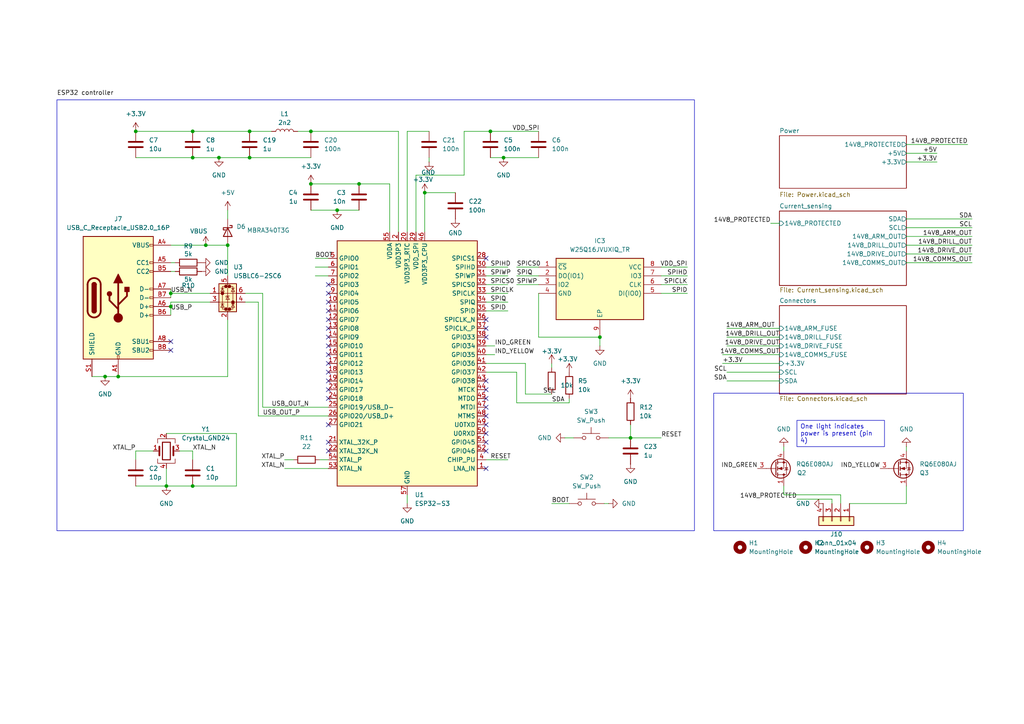
<source format=kicad_sch>
(kicad_sch (version 20250114) (generator "eeschema") (generator_version "9.0")
  (paper "A4")
  (lib_symbols
    (symbol "Connector:USB_C_Receptacle_USB2.0_16P" (pin_names (offset 1.016))
      (property "Reference" "J" (at 0 22.225 0))
      (property "Value" "USB_C_Receptacle_USB2.0_16P" (at 0 19.685 0))
      (symbol "USB_C_Receptacle_USB2.0_16P_0_0"
        (rectangle (start -0.254 -17.78) (end 0.254 -16.764))
        (rectangle (start 10.16 15.494) (end 9.144 14.986))
        (rectangle (start 10.16 10.414) (end 9.144 9.906))
        (rectangle (start 10.16 7.874) (end 9.144 7.366))
        (rectangle (start 10.16 2.794) (end 9.144 2.286))
        (rectangle (start 10.16 0.254) (end 9.144 -0.254))
        (rectangle (start 10.16 -2.286) (end 9.144 -2.794))
        (rectangle (start 10.16 -4.826) (end 9.144 -5.334))
        (rectangle (start 10.16 -12.446) (end 9.144 -12.954))
        (rectangle (start 10.16 -14.986) (end 9.144 -15.494))
      )
      (symbol "USB_C_Receptacle_USB2.0_16P_0_1"
        (rectangle (start -10.16 17.78) (end 10.16 -17.78) (stroke (width 0.254)) (fill (type background)))
        (polyline (pts (xy -8.89 -3.81) (xy -8.89 3.81)) (stroke (width 0.508)))
        (rectangle (start -7.62 -3.81) (end -6.35 3.81) (stroke (width 0.254)) (fill (type outline)))
        (arc (start -7.62 3.81) (mid -6.985 4.4423) (end -6.35 3.81) (stroke (width 0.254)))
        (arc (start -7.62 3.81) (mid -6.985 4.4423) (end -6.35 3.81) (stroke (width 0.254)) (fill (type outline)))
        (arc (start -8.89 3.81) (mid -6.985 5.7067) (end -5.08 3.81) (stroke (width 0.508)))
        (arc (start -5.08 -3.81) (mid -6.985 -5.7067) (end -8.89 -3.81) (stroke (width 0.508)))
        (arc (start -6.35 -3.81) (mid -6.985 -4.4423) (end -7.62 -3.81) (stroke (width 0.254)))
        (arc (start -6.35 -3.81) (mid -6.985 -4.4423) (end -7.62 -3.81) (stroke (width 0.254)) (fill (type outline)))
        (polyline (pts (xy -5.08 3.81) (xy -5.08 -3.81)) (stroke (width 0.508)))
        (circle (center -2.54 1.143) (radius 0.635) (stroke (width 0.254)) (fill (type outline)))
        (polyline (pts (xy -1.27 4.318) (xy 0 6.858) (xy 1.27 4.318) (xy -1.27 4.318)) (stroke (width 0.254)) (fill (type outline)))
        (polyline (pts (xy 0 -2.032) (xy 2.54 0.508) (xy 2.54 1.778)) (stroke (width 0.508)))
        (polyline (pts (xy 0 -3.302) (xy -2.54 -0.762) (xy -2.54 0.508)) (stroke (width 0.508)))
        (polyline (pts (xy 0 -5.842) (xy 0 4.318)) (stroke (width 0.508)))
        (circle (center 0 -5.842) (radius 1.27) (fill (type outline)))
        (rectangle (start 1.905 1.778) (end 3.175 3.048) (stroke (width 0.254)) (fill (type outline)))
      )
      (symbol "USB_C_Receptacle_USB2.0_16P_1_1"
        (pin passive line (at -7.62 -22.86 90) (length 5.08) (name "SHIELD") (number "S1"))
        (pin passive line (at 0 -22.86 90) (length 5.08) (name "GND") (number "A1"))
        (pin passive line (at 0 -22.86 90) (length 5.08) (hide yes) (name "GND") (number "A12"))
        (pin passive line (at 0 -22.86 90) (length 5.08) (hide yes) (name "GND") (number "B1"))
        (pin passive line (at 0 -22.86 90) (length 5.08) (hide yes) (name "GND") (number "B12"))
        (pin passive line (at 15.24 15.24 180) (length 5.08) (name "VBUS") (number "A4"))
        (pin passive line (at 15.24 15.24 180) (length 5.08) (hide yes) (name "VBUS") (number "A9"))
        (pin passive line (at 15.24 15.24 180) (length 5.08) (hide yes) (name "VBUS") (number "B4"))
        (pin passive line (at 15.24 15.24 180) (length 5.08) (hide yes) (name "VBUS") (number "B9"))
        (pin bidirectional line (at 15.24 10.16 180) (length 5.08) (name "CC1") (number "A5"))
        (pin bidirectional line (at 15.24 7.62 180) (length 5.08) (name "CC2") (number "B5"))
        (pin bidirectional line (at 15.24 2.54 180) (length 5.08) (name "D-") (number "A7"))
        (pin bidirectional line (at 15.24 0 180) (length 5.08) (name "D-") (number "B7"))
        (pin bidirectional line (at 15.24 -2.54 180) (length 5.08) (name "D+") (number "A6"))
        (pin bidirectional line (at 15.24 -5.08 180) (length 5.08) (name "D+") (number "B6"))
        (pin bidirectional line (at 15.24 -12.7 180) (length 5.08) (name "SBU1") (number "A8"))
        (pin bidirectional line (at 15.24 -15.24 180) (length 5.08) (name "SBU2") (number "B8"))
      )
    )
    (symbol "Connector_Generic:Conn_01x04" (pin_names (offset 1.016) (hide yes))
      (property "Reference" "J" (at 0 5.08 0))
      (property "Value" "Conn_01x04" (at 0 -7.62 0))
      (symbol "Conn_01x04_1_1"
        (rectangle (start -1.27 3.81) (end 1.27 -6.35) (stroke (width 0.254)) (fill (type background)))
        (rectangle (start -1.27 2.667) (end 0 2.413) (stroke (width 0.1524)))
        (rectangle (start -1.27 0.127) (end 0 -0.127) (stroke (width 0.1524)))
        (rectangle (start -1.27 -2.413) (end 0 -2.667) (stroke (width 0.1524)))
        (rectangle (start -1.27 -4.953) (end 0 -5.207) (stroke (width 0.1524)))
        (pin passive line (at -5.08 2.54 0) (length 3.81) (name "Pin_1") (number "1"))
        (pin passive line (at -5.08 0 0) (length 3.81) (name "Pin_2") (number "2"))
        (pin passive line (at -5.08 -2.54 0) (length 3.81) (name "Pin_3") (number "3"))
        (pin passive line (at -5.08 -5.08 0) (length 3.81) (name "Pin_4") (number "4"))
      )
    )
    (symbol "Device:C" (pin_numbers (hide yes)) (pin_names (offset 0.254))
      (property "Reference" "C" (at 0.635 2.54 0))
      (property "Value" "C" (at 0.635 -2.54 0))
      (symbol "C_0_1"
        (polyline (pts (xy -2.032 0.762) (xy 2.032 0.762)) (stroke (width 0.508)))
        (polyline (pts (xy -2.032 -0.762) (xy 2.032 -0.762)) (stroke (width 0.508)))
      )
      (symbol "C_1_1"
        (pin passive line (at 0 3.81 270) (length 2.794) (name "~") (number "1"))
        (pin passive line (at 0 -3.81 90) (length 2.794) (name "~") (number "2"))
      )
    )
    (symbol "Device:Crystal_GND24" (pin_names (offset 1.016) (hide yes))
      (property "Reference" "Y" (at 3.175 5.08 0))
      (property "Value" "Crystal_GND24" (at 3.175 3.175 0))
      (symbol "Crystal_GND24_0_1"
        (polyline (pts (xy -2.54 2.286) (xy -2.54 3.556) (xy 2.54 3.556) (xy 2.54 2.286)))
        (polyline (pts (xy -2.54 0) (xy -2.032 0)))
        (polyline (pts (xy -2.54 -2.286) (xy -2.54 -3.556) (xy 2.54 -3.556) (xy 2.54 -2.286)))
        (polyline (pts (xy -2.032 -1.27) (xy -2.032 1.27)) (stroke (width 0.508)))
        (rectangle (start -1.143 2.54) (end 1.143 -2.54) (stroke (width 0.3048)))
        (polyline (pts (xy 0 3.556) (xy 0 3.81)))
        (polyline (pts (xy 0 -3.81) (xy 0 -3.556)))
        (polyline (pts (xy 2.032 0) (xy 2.54 0)))
        (polyline (pts (xy 2.032 -1.27) (xy 2.032 1.27)) (stroke (width 0.508)))
      )
      (symbol "Crystal_GND24_1_1"
        (pin passive line (at -3.81 0 0) (length 1.27) (name "1") (number "1"))
        (pin passive line (at 0 5.08 270) (length 1.27) (name "2") (number "2"))
        (pin passive line (at 0 -5.08 90) (length 1.27) (name "4") (number "4"))
        (pin passive line (at 3.81 0 180) (length 1.27) (name "3") (number "3"))
      )
    )
    (symbol "Device:D_Schottky" (pin_numbers (hide yes)) (pin_names (offset 1.016) (hide yes))
      (property "Reference" "D" (at 0 2.54 0))
      (property "Value" "D_Schottky" (at 0 -2.54 0))
      (symbol "D_Schottky_0_1"
        (polyline (pts (xy -1.905 0.635) (xy -1.905 1.27) (xy -1.27 1.27) (xy -1.27 -1.27) (xy -0.635 -1.27) (xy -0.635 -0.635)) (stroke (width 0.254)))
        (polyline (pts (xy 1.27 1.27) (xy 1.27 -1.27) (xy -1.27 0) (xy 1.27 1.27)) (stroke (width 0.254)))
        (polyline (pts (xy 1.27 0) (xy -1.27 0)))
      )
      (symbol "D_Schottky_1_1"
        (pin passive line (at -3.81 0 0) (length 2.54) (name "K") (number "1"))
        (pin passive line (at 3.81 0 180) (length 2.54) (name "A") (number "2"))
      )
    )
    (symbol "Device:L" (pin_numbers (hide yes)) (pin_names (offset 1.016) (hide yes))
      (property "Reference" "L" (at -1.27 0 90))
      (property "Value" "L" (at 1.905 0 90))
      (symbol "L_0_1"
        (arc (start 0 2.54) (mid 0.6323 1.905) (end 0 1.27))
        (arc (start 0 1.27) (mid 0.6323 0.635) (end 0 0))
        (arc (start 0 0) (mid 0.6323 -0.635) (end 0 -1.27))
        (arc (start 0 -1.27) (mid 0.6323 -1.905) (end 0 -2.54))
      )
      (symbol "L_1_1"
        (pin passive line (at 0 3.81 270) (length 1.27) (name "1") (number "1"))
        (pin passive line (at 0 -3.81 90) (length 1.27) (name "2") (number "2"))
      )
    )
    (symbol "Device:R" (pin_numbers (hide yes)) (pin_names (offset 0))
      (property "Reference" "R" (at 2.032 0 90))
      (property "Value" "R" (at 0 0 90))
      (symbol "R_0_1"
        (rectangle (start -1.016 -2.54) (end 1.016 2.54) (stroke (width 0.254)))
      )
      (symbol "R_1_1"
        (pin passive line (at 0 3.81 270) (length 1.27) (name "~") (number "1"))
        (pin passive line (at 0 -3.81 90) (length 1.27) (name "~") (number "2"))
      )
    )
    (symbol "MCU_Espressif:ESP32-S3"
      (property "Reference" "U" (at 10.16 -38.1 0))
      (property "Value" "ESP32-S3" (at 13.97 -40.64 0))
      (symbol "ESP32-S3_0_1"
        (rectangle (start -20.32 35.56) (end 20.32 -35.56) (stroke (width 0.254)) (fill (type background)))
      )
      (symbol "ESP32-S3_1_0"
        (pin passive line (at -5.08 38.1 270) (length 2.54) (hide yes) (name "VDDA") (number "56"))
        (pin bidirectional line (at 22.86 12.7 180) (length 2.54) (name "SPICLK_N") (number "36"))
        (pin bidirectional line (at 22.86 -10.16 180) (length 2.54) (name "MTDO") (number "45"))
        (pin bidirectional line (at 22.86 -22.86 180) (length 2.54) (name "GPIO45") (number "51"))
      )
      (symbol "ESP32-S3_1_1"
        (pin bidirectional line (at -22.86 30.48 0) (length 2.54) (name "GPIO0") (number "5"))
        (pin bidirectional line (at -22.86 27.94 0) (length 2.54) (name "GPIO1") (number "6"))
        (pin bidirectional line (at -22.86 25.4 0) (length 2.54) (name "GPIO2") (number "7"))
        (pin bidirectional line (at -22.86 22.86 0) (length 2.54) (name "GPIO3") (number "8"))
        (pin bidirectional line (at -22.86 20.32 0) (length 2.54) (name "GPIO4") (number "9"))
        (pin bidirectional line (at -22.86 17.78 0) (length 2.54) (name "GPIO5") (number "10"))
        (pin bidirectional line (at -22.86 15.24 0) (length 2.54) (name "GPIO6") (number "11"))
        (pin bidirectional line (at -22.86 12.7 0) (length 2.54) (name "GPIO7") (number "12"))
        (pin bidirectional line (at -22.86 10.16 0) (length 2.54) (name "GPIO8") (number "13"))
        (pin bidirectional line (at -22.86 7.62 0) (length 2.54) (name "GPIO9") (number "14"))
        (pin bidirectional line (at -22.86 5.08 0) (length 2.54) (name "GPIO10") (number "15"))
        (pin bidirectional line (at -22.86 2.54 0) (length 2.54) (name "GPIO11") (number "16"))
        (pin bidirectional line (at -22.86 0 0) (length 2.54) (name "GPIO12") (number "17"))
        (pin bidirectional line (at -22.86 -2.54 0) (length 2.54) (name "GPIO13") (number "18"))
        (pin bidirectional line (at -22.86 -5.08 0) (length 2.54) (name "GPIO14") (number "19"))
        (pin bidirectional line (at -22.86 -7.62 0) (length 2.54) (name "GPIO17") (number "23"))
        (pin bidirectional line (at -22.86 -10.16 0) (length 2.54) (name "GPIO18") (number "24"))
        (pin bidirectional line (at -22.86 -12.7 0) (length 2.54) (name "GPIO19/USB_D-") (number "25"))
        (pin bidirectional line (at -22.86 -15.24 0) (length 2.54) (name "GPIO20/USB_D+") (number "26"))
        (pin bidirectional line (at -22.86 -17.78 0) (length 2.54) (name "GPIO21") (number "27"))
        (pin passive line (at -22.86 -22.86 0) (length 2.54) (name "XTAL_32K_P") (number "21"))
        (pin passive line (at -22.86 -25.4 0) (length 2.54) (name "XTAL_32K_N") (number "22"))
        (pin input line (at -22.86 -27.94 0) (length 2.54) (name "XTAL_P") (number "54"))
        (pin output line (at -22.86 -30.48 0) (length 2.54) (name "XTAL_N") (number "53"))
        (pin power_in line (at -5.08 38.1 270) (length 2.54) (name "VDDA") (number "55"))
        (pin power_in line (at -2.54 38.1 270) (length 2.54) (name "VDD3P3") (number "2"))
        (pin passive line (at -2.54 38.1 270) (length 2.54) (hide yes) (name "VDD3P3") (number "3"))
        (pin power_in line (at 0 38.1 270) (length 2.54) (name "VDD3P3_RTC") (number "20"))
        (pin power_in line (at 0 -38.1 90) (length 2.54) (name "GND") (number "57"))
        (pin power_in line (at 2.54 38.1 270) (length 2.54) (name "VDD_SPI") (number "29"))
        (pin power_in line (at 5.08 38.1 270) (length 2.54) (name "VDD3P3_CPU") (number "46"))
        (pin bidirectional line (at 22.86 30.48 180) (length 2.54) (name "SPICS1") (number "28"))
        (pin bidirectional line (at 22.86 27.94 180) (length 2.54) (name "SPIHD") (number "30"))
        (pin bidirectional line (at 22.86 25.4 180) (length 2.54) (name "SPIWP") (number "31"))
        (pin bidirectional line (at 22.86 22.86 180) (length 2.54) (name "SPICS0") (number "32"))
        (pin bidirectional line (at 22.86 20.32 180) (length 2.54) (name "SPICLK") (number "33"))
        (pin bidirectional line (at 22.86 17.78 180) (length 2.54) (name "SPIQ") (number "34"))
        (pin bidirectional line (at 22.86 15.24 180) (length 2.54) (name "SPID") (number "35"))
        (pin bidirectional line (at 22.86 10.16 180) (length 2.54) (name "SPICLK_P") (number "37"))
        (pin bidirectional line (at 22.86 7.62 180) (length 2.54) (name "GPIO33") (number "38"))
        (pin bidirectional line (at 22.86 5.08 180) (length 2.54) (name "GPIO34") (number "39"))
        (pin bidirectional line (at 22.86 2.54 180) (length 2.54) (name "GPIO35") (number "40"))
        (pin bidirectional line (at 22.86 0 180) (length 2.54) (name "GPIO36") (number "41"))
        (pin bidirectional line (at 22.86 -2.54 180) (length 2.54) (name "GPIO37") (number "42"))
        (pin bidirectional line (at 22.86 -5.08 180) (length 2.54) (name "GPIO38") (number "43"))
        (pin bidirectional line (at 22.86 -7.62 180) (length 2.54) (name "MTCK") (number "44"))
        (pin bidirectional line (at 22.86 -12.7 180) (length 2.54) (name "MTDI") (number "47"))
        (pin bidirectional line (at 22.86 -15.24 180) (length 2.54) (name "MTMS") (number "48"))
        (pin bidirectional line (at 22.86 -17.78 180) (length 2.54) (name "U0TXD") (number "49"))
        (pin bidirectional line (at 22.86 -20.32 180) (length 2.54) (name "U0RXD") (number "50"))
        (pin bidirectional line (at 22.86 -25.4 180) (length 2.54) (name "GPIO46") (number "52"))
        (pin input line (at 22.86 -27.94 180) (length 2.54) (name "CHIP_PU") (number "4"))
        (pin bidirectional line (at 22.86 -30.48 180) (length 2.54) (name "LNA_IN") (number "1"))
      )
    )
    (symbol "Mechanical:MountingHole" (pin_names (offset 1.016)) (exclude_from_sim yes) (in_bom no)
      (property "Reference" "H" (at 0 5.08 0))
      (property "Value" "MountingHole" (at 0 3.175 0))
      (symbol "MountingHole_0_1"
        (circle (center 0 0) (radius 1.27) (stroke (width 1.27)))
      )
    )
    (symbol "Power_Protection:USBLC6-2SC6" (pin_names (hide yes))
      (property "Reference" "U" (at 0.635 5.715 0))
      (property "Value" "USBLC6-2SC6" (at 0.635 3.81 0))
      (symbol "USBLC6-2SC6_0_0"
        (circle (center -1.524 0) (radius 0.0001) (stroke (width 0.508)))
        (circle (center -0.508 2.032) (radius 0.0001) (stroke (width 0.508)))
        (circle (center -0.508 -4.572) (radius 0.0001) (stroke (width 0.508)))
        (circle (center 0.508 2.032) (radius 0.0001) (stroke (width 0.508)))
        (circle (center 0.508 -4.572) (radius 0.0001) (stroke (width 0.508)))
        (circle (center 1.524 -2.54) (radius 0.0001) (stroke (width 0.508)))
      )
      (symbol "USBLC6-2SC6_0_1"
        (polyline (pts (xy -2.54 0) (xy 2.54 0)))
        (polyline (pts (xy -2.54 -2.54) (xy 2.54 -2.54)))
        (polyline (pts (xy -2.032 0.508) (xy -1.016 0.508) (xy -1.524 1.524) (xy -2.032 0.508)))
        (polyline (pts (xy -2.032 -3.048) (xy -1.016 -3.048)))
        (polyline (pts (xy -1.016 1.524) (xy -2.032 1.524)))
        (polyline (pts (xy -1.016 -4.064) (xy -2.032 -4.064) (xy -1.524 -3.048) (xy -1.016 -4.064)))
        (polyline (pts (xy -0.508 -1.143) (xy -0.508 -0.762) (xy 0.508 -0.762)))
        (polyline (pts (xy 0 2.54) (xy -0.508 2.032) (xy 0.508 2.032) (xy 0 1.524) (xy 0 -4.064) (xy -0.508 -4.572) (xy 0.508 -4.572) (xy 0 -5.08)))
        (polyline (pts (xy 0.508 -1.778) (xy -0.508 -1.778) (xy 0 -0.762) (xy 0.508 -1.778)))
        (polyline (pts (xy 1.016 1.524) (xy 2.032 1.524)))
        (polyline (pts (xy 1.016 -3.048) (xy 2.032 -3.048)))
        (polyline (pts (xy 2.032 0.508) (xy 1.016 0.508) (xy 1.524 1.524) (xy 2.032 0.508)))
        (polyline (pts (xy 2.032 -4.064) (xy 1.016 -4.064) (xy 1.524 -3.048) (xy 2.032 -4.064)))
      )
      (symbol "USBLC6-2SC6_1_1"
        (rectangle (start -2.54 2.794) (end 2.54 -5.334) (stroke (width 0.254)) (fill (type background)))
        (polyline (pts (xy -0.508 2.032) (xy -1.524 2.032) (xy -1.524 -4.572) (xy -0.508 -4.572)))
        (polyline (pts (xy 0.508 -4.572) (xy 1.524 -4.572) (xy 1.524 2.032) (xy 0.508 2.032)))
        (pin passive line (at -5.08 0 0) (length 2.54) (name "I/O1") (number "1"))
        (pin passive line (at -5.08 -2.54 0) (length 2.54) (name "I/O2") (number "3"))
        (pin passive line (at 0 5.08 270) (length 2.54) (name "VBUS") (number "5"))
        (pin passive line (at 0 -7.62 90) (length 2.54) (name "GND") (number "2"))
        (pin passive line (at 5.08 0 180) (length 2.54) (name "I/O1") (number "6"))
        (pin passive line (at 5.08 -2.54 180) (length 2.54) (name "I/O2") (number "4"))
      )
    )
    (symbol "Switch:SW_Push" (pin_numbers (hide yes)) (pin_names (offset 1.016) (hide yes))
      (property "Reference" "SW" (at 1.27 2.54 0))
      (property "Value" "SW_Push" (at 0 -1.524 0))
      (symbol "SW_Push_0_1"
        (circle (center -2.032 0) (radius 0.508))
        (polyline (pts (xy 0 1.27) (xy 0 3.048)))
        (circle (center 2.032 0) (radius 0.508))
        (polyline (pts (xy 2.54 1.27) (xy -2.54 1.27)))
        (pin passive line (at -5.08 0 0) (length 2.54) (name "1") (number "1"))
        (pin passive line (at 5.08 0 180) (length 2.54) (name "2") (number "2"))
      )
    )
    (symbol "Transistor_FET:RQ6E080AJ" (pin_names (hide yes))
      (property "Reference" "Q" (at 5.08 1.905 0))
      (property "Value" "RQ6E080AJ" (at 5.08 0 0))
      (symbol "RQ6E080AJ_0_1"
        (polyline (pts (xy 0.254 1.905) (xy 0.254 -1.905)) (stroke (width 0.254)))
        (polyline (pts (xy 0.254 0) (xy -2.54 0)))
        (polyline (pts (xy 0.762 2.286) (xy 0.762 1.27)) (stroke (width 0.254)))
        (polyline (pts (xy 0.762 0.508) (xy 0.762 -0.508)) (stroke (width 0.254)))
        (polyline (pts (xy 0.762 -1.27) (xy 0.762 -2.286)) (stroke (width 0.254)))
        (polyline (pts (xy 0.762 -1.778) (xy 3.302 -1.778) (xy 3.302 1.778) (xy 0.762 1.778)))
        (polyline (pts (xy 1.016 0) (xy 2.032 0.381) (xy 2.032 -0.381) (xy 1.016 0)) (fill (type outline)))
        (circle (center 1.651 0) (radius 2.794) (stroke (width 0.254)))
        (polyline (pts (xy 2.54 2.54) (xy 2.54 1.778)))
        (circle (center 2.54 1.778) (radius 0.254) (fill (type outline)))
        (circle (center 2.54 -1.778) (radius 0.254) (fill (type outline)))
        (polyline (pts (xy 2.54 -2.54) (xy 2.54 0) (xy 0.762 0)))
        (polyline (pts (xy 2.794 0.508) (xy 2.921 0.381) (xy 3.683 0.381) (xy 3.81 0.254)))
        (polyline (pts (xy 3.302 0.381) (xy 2.921 -0.254) (xy 3.683 -0.254) (xy 3.302 0.381)))
      )
      (symbol "RQ6E080AJ_1_1"
        (pin input line (at -5.08 0 0) (length 2.54) (name "G") (number "3"))
        (pin passive line (at 2.54 5.08 270) (length 2.54) (name "D") (number "1"))
        (pin passive line (at 2.54 5.08 270) (length 2.54) (hide yes) (name "D") (number "2"))
        (pin passive line (at 2.54 5.08 270) (length 2.54) (hide yes) (name "D") (number "5"))
        (pin passive line (at 2.54 5.08 270) (length 2.54) (hide yes) (name "D") (number "6"))
        (pin passive line (at 2.54 -5.08 90) (length 2.54) (name "S") (number "4"))
      )
    )
    (symbol "W25Q16JVUXIQ_TR:W25Q16JVUXIQ_TR"
      (property "Reference" "IC" (at 31.75 7.62 0))
      (property "Value" "W25Q16JVUXIQ_TR" (at 31.75 5.08 0))
      (symbol "W25Q16JVUXIQ_TR_1_1"
        (rectangle (start 5.08 2.54) (end 30.48 -15.24) (stroke (width 0.254)) (fill (type background)))
        (pin passive line (at 0 0 0) (length 5.08) (name "~{CS}") (number "1"))
        (pin passive line (at 0 -2.54 0) (length 5.08) (name "DO(IO1)") (number "2"))
        (pin passive line (at 0 -5.08 0) (length 5.08) (name "IO2") (number "3"))
        (pin passive line (at 0 -7.62 0) (length 5.08) (name "GND") (number "4"))
        (pin passive line (at 17.78 -20.32 90) (length 5.08) (name "EP") (number "9"))
        (pin passive line (at 35.56 0 180) (length 5.08) (name "VCC") (number "8"))
        (pin passive line (at 35.56 -2.54 180) (length 5.08) (name "IO3") (number "7"))
        (pin passive line (at 35.56 -5.08 180) (length 5.08) (name "CLK") (number "6"))
        (pin passive line (at 35.56 -7.62 180) (length 5.08) (name "DI(IO0)") (number "5"))
      )
    )
    (symbol "power:+3.3V" (power) (pin_numbers (hide yes)) (pin_names (offset 0) (hide yes))
      (property "Value" "+3.3V" (at 0 3.556 0))
      (symbol "+3.3V_0_1"
        (polyline (pts (xy -0.762 1.27) (xy 0 2.54)))
        (polyline (pts (xy 0 2.54) (xy 0.762 1.27)))
        (polyline (pts (xy 0 0) (xy 0 2.54)))
      )
      (symbol "+3.3V_1_1"
        (pin power_in line (at 0 0 90) (length 0) (name "~") (number "1"))
      )
    )
    (symbol "power:+5P" (power) (pin_numbers (hide yes)) (pin_names (offset 0) (hide yes))
      (property "Value" "+5P" (at 0 3.556 0))
      (symbol "+5P_0_1"
        (polyline (pts (xy -0.762 1.27) (xy 0 2.54)))
        (polyline (pts (xy 0 2.54) (xy 0.762 1.27)))
        (polyline (pts (xy 0 0) (xy 0 2.54)))
      )
      (symbol "+5P_1_1"
        (pin power_in line (at 0 0 90) (length 0) (name "~") (number "1"))
      )
    )
    (symbol "power:GND" (power) (pin_numbers (hide yes)) (pin_names (offset 0) (hide yes))
      (property "Value" "GND" (at 0 -3.81 0))
      (symbol "GND_0_1"
        (polyline (pts (xy 0 0) (xy 0 -1.27) (xy 1.27 -1.27) (xy 0 -2.54) (xy -1.27 -1.27) (xy 0 -1.27)))
      )
      (symbol "GND_1_1"
        (pin power_in line (at 0 0 270) (length 0) (name "~") (number "1"))
      )
    )
    (symbol "power:VBUS" (power) (pin_numbers (hide yes)) (pin_names (offset 0) (hide yes))
      (property "Value" "VBUS" (at 0 3.556 0))
      (symbol "VBUS_0_1"
        (polyline (pts (xy -0.762 1.27) (xy 0 2.54)))
        (polyline (pts (xy 0 2.54) (xy 0.762 1.27)))
        (polyline (pts (xy 0 0) (xy 0 2.54)))
      )
      (symbol "VBUS_1_1"
        (pin power_in line (at 0 0 90) (length 0) (name "~") (number "1"))
      )
    )
  )
  (rectangle (start 16.51 28.956) (end 201.422 153.924))
  (rectangle (start 207.01 114.046) (end 279.4 153.924))
  (text_box "One light indicates power is present (pin 4)" (at 231.14 121.92 0) (size 25.4 7.62) (margins 0.9525 0.9525 0.9525 0.9525) (effects (font (size 1.27 1.27)) (justify left top)))
  (junction (at 72.39 45.72))
  (junction (at 49.53 88.9))
  (junction (at 39.37 38.1))
  (junction (at 123.19 55.88))
  (junction (at 146.05 45.72))
  (junction (at 55.88 38.1))
  (junction (at 173.99 97.79))
  (junction (at 48.26 140.97))
  (junction (at 72.39 38.1))
  (junction (at 182.88 127))
  (junction (at 66.04 71.12))
  (junction (at 55.88 140.97))
  (junction (at 97.79 60.96))
  (junction (at 90.17 38.1))
  (junction (at 142.24 38.1))
  (junction (at 59.69 71.12))
  (junction (at 104.14 53.34))
  (junction (at 30.48 109.22))
  (junction (at 63.5 45.72))
  (junction (at 49.53 85.09))
  (junction (at 55.88 45.72))
  (junction (at 90.17 53.34))
  (junction (at 34.29 109.22))
  (no_connect (at 140.97 110.49))
  (no_connect (at 95.25 85.09))
  (no_connect (at 49.53 101.6))
  (no_connect (at 95.25 95.25))
  (no_connect (at 95.25 102.87))
  (no_connect (at 95.25 130.81))
  (no_connect (at 49.53 99.06))
  (no_connect (at 95.25 128.27))
  (no_connect (at 95.25 100.33))
  (no_connect (at 140.97 123.19))
  (no_connect (at 95.25 92.71))
  (no_connect (at 140.97 130.81))
  (no_connect (at 95.25 123.19))
  (no_connect (at 140.97 120.65))
  (no_connect (at 140.97 128.27))
  (no_connect (at 140.97 115.57))
  (no_connect (at 95.25 113.03))
  (no_connect (at 95.25 115.57))
  (no_connect (at 95.25 82.55))
  (no_connect (at 140.97 95.25))
  (no_connect (at 140.97 97.79))
  (no_connect (at 140.97 92.71))
  (no_connect (at 140.97 118.11))
  (no_connect (at 140.97 125.73))
  (no_connect (at 95.25 107.95))
  (no_connect (at 95.25 87.63))
  (no_connect (at 140.97 74.93))
  (no_connect (at 95.25 97.79))
  (no_connect (at 95.25 90.17))
  (no_connect (at 95.25 105.41))
  (no_connect (at 95.25 110.49))
  (no_connect (at 140.97 113.03))
  (no_connect (at 140.97 135.89))
  (wire (pts (xy 182.88 123.19) (xy 182.88 127)))
  (wire (pts (xy 182.88 127) (xy 176.53 127)))
  (wire (pts (xy 90.17 38.1) (xy 115.57 38.1)))
  (wire (pts (xy 210.82 100.33) (xy 226.06 100.33)))
  (wire (pts (xy 74.93 120.65) (xy 95.25 120.65)))
  (wire (pts (xy 71.12 85.09) (xy 76.2 85.09)))
  (wire (pts (xy 48.26 135.89) (xy 48.26 140.97)))
  (wire (pts (xy 262.89 44.45) (xy 271.78 44.45)))
  (wire (pts (xy 82.55 133.35) (xy 85.09 133.35)))
  (wire (pts (xy 140.97 102.87) (xy 143.51 102.87)))
  (wire (pts (xy 49.53 71.12) (xy 59.69 71.12)))
  (wire (pts (xy 140.97 105.41) (xy 152.4 105.41)))
  (wire (pts (xy 160.02 105.41) (xy 160.02 106.68)))
  (wire (pts (xy 165.1 116.84) (xy 149.86 116.84)))
  (wire (pts (xy 52.07 130.81) (xy 55.88 130.81)))
  (wire (pts (xy 149.86 107.95) (xy 140.97 107.95)))
  (wire (pts (xy 66.04 71.12) (xy 66.04 80.01)))
  (wire (pts (xy 262.89 71.12) (xy 281.94 71.12)))
  (wire (pts (xy 140.97 90.17) (xy 147.32 90.17)))
  (wire (pts (xy 66.04 60.96) (xy 66.04 63.5)))
  (wire (pts (xy 149.86 82.55) (xy 156.21 82.55)))
  (wire (pts (xy 55.88 45.72) (xy 63.5 45.72)))
  (wire (pts (xy 71.12 87.63) (xy 74.93 87.63)))
  (wire (pts (xy 262.89 129.54) (xy 262.89 130.81)))
  (wire (pts (xy 262.89 41.91) (xy 280.67 41.91)))
  (wire (pts (xy 227.33 129.54) (xy 227.33 130.81)))
  (wire (pts (xy 262.89 140.97) (xy 262.89 146.05)))
  (wire (pts (xy 163.83 127) (xy 166.37 127)))
  (wire (pts (xy 49.53 83.82) (xy 49.53 85.09)))
  (wire (pts (xy 243.84 143.51) (xy 243.84 146.05)))
  (wire (pts (xy 48.26 125.73) (xy 68.58 125.73)))
  (wire (pts (xy 49.53 85.09) (xy 60.96 85.09)))
  (wire (pts (xy 59.69 71.12) (xy 66.04 71.12)))
  (wire (pts (xy 26.67 109.22) (xy 30.48 109.22)))
  (wire (pts (xy 152.4 114.3) (xy 160.02 114.3)))
  (wire (pts (xy 262.89 76.2) (xy 281.94 76.2)))
  (wire (pts (xy 262.89 63.5) (xy 281.94 63.5)))
  (wire (pts (xy 156.21 97.79) (xy 173.99 97.79)))
  (wire (pts (xy 246.38 146.05) (xy 262.89 146.05)))
  (wire (pts (xy 39.37 45.72) (xy 55.88 45.72)))
  (wire (pts (xy 149.86 116.84) (xy 149.86 107.95)))
  (wire (pts (xy 39.37 38.1) (xy 55.88 38.1)))
  (wire (pts (xy 120.65 50.8) (xy 120.65 67.31)))
  (wire (pts (xy 209.55 105.41) (xy 226.06 105.41)))
  (wire (pts (xy 86.36 38.1) (xy 90.17 38.1)))
  (wire (pts (xy 113.03 53.34) (xy 104.14 53.34)))
  (wire (pts (xy 134.62 50.8) (xy 120.65 50.8)))
  (wire (pts (xy 262.89 73.66) (xy 281.94 73.66)))
  (wire (pts (xy 92.71 133.35) (xy 95.25 133.35)))
  (wire (pts (xy 149.86 77.47) (xy 156.21 77.47)))
  (wire (pts (xy 142.24 45.72) (xy 146.05 45.72)))
  (wire (pts (xy 142.24 38.1) (xy 156.21 38.1)))
  (wire (pts (xy 104.14 60.96) (xy 97.79 60.96)))
  (wire (pts (xy 123.19 55.88) (xy 123.19 67.31)))
  (wire (pts (xy 140.97 82.55) (xy 147.32 82.55)))
  (wire (pts (xy 49.53 88.9) (xy 49.53 91.44)))
  (wire (pts (xy 48.26 140.97) (xy 55.88 140.97)))
  (wire (pts (xy 68.58 140.97) (xy 55.88 140.97)))
  (wire (pts (xy 118.11 67.31) (xy 118.11 38.1)))
  (wire (pts (xy 160.02 146.05) (xy 165.1 146.05)))
  (wire (pts (xy 226.06 64.77) (xy 223.52 64.77)))
  (wire (pts (xy 82.55 135.89) (xy 95.25 135.89)))
  (wire (pts (xy 49.53 76.2) (xy 50.8 76.2)))
  (wire (pts (xy 241.3 144.78) (xy 241.3 146.05)))
  (wire (pts (xy 76.2 118.11) (xy 95.25 118.11)))
  (wire (pts (xy 91.44 80.01) (xy 95.25 80.01)))
  (wire (pts (xy 90.17 53.34) (xy 104.14 53.34)))
  (wire (pts (xy 49.53 78.74) (xy 50.8 78.74)))
  (wire (pts (xy 262.89 46.99) (xy 271.78 46.99)))
  (wire (pts (xy 165.1 115.57) (xy 165.1 116.84)))
  (wire (pts (xy 66.04 109.22) (xy 34.29 109.22)))
  (wire (pts (xy 140.97 100.33) (xy 143.51 100.33)))
  (wire (pts (xy 210.82 107.95) (xy 226.06 107.95)))
  (wire (pts (xy 149.86 80.01) (xy 156.21 80.01)))
  (wire (pts (xy 191.77 85.09) (xy 199.39 85.09)))
  (wire (pts (xy 210.82 110.49) (xy 226.06 110.49)))
  (wire (pts (xy 140.97 77.47) (xy 147.32 77.47)))
  (wire (pts (xy 68.58 125.73) (xy 68.58 140.97)))
  (wire (pts (xy 262.89 66.04) (xy 281.94 66.04)))
  (wire (pts (xy 113.03 67.31) (xy 113.03 53.34)))
  (wire (pts (xy 210.82 95.25) (xy 226.06 95.25)))
  (wire (pts (xy 49.53 87.63) (xy 60.96 87.63)))
  (wire (pts (xy 30.48 109.22) (xy 34.29 109.22)))
  (wire (pts (xy 72.39 38.1) (xy 78.74 38.1)))
  (wire (pts (xy 140.97 87.63) (xy 147.32 87.63)))
  (wire (pts (xy 227.33 140.97) (xy 227.33 143.51)))
  (wire (pts (xy 97.79 60.96) (xy 90.17 60.96)))
  (wire (pts (xy 91.44 74.93) (xy 95.25 74.93)))
  (wire (pts (xy 152.4 105.41) (xy 152.4 114.3)))
  (wire (pts (xy 115.57 38.1) (xy 115.57 67.31)))
  (wire (pts (xy 210.82 97.79) (xy 226.06 97.79)))
  (wire (pts (xy 191.77 77.47) (xy 199.39 77.47)))
  (wire (pts (xy 39.37 140.97) (xy 48.26 140.97)))
  (wire (pts (xy 134.62 38.1) (xy 142.24 38.1)))
  (wire (pts (xy 140.97 133.35) (xy 147.32 133.35)))
  (wire (pts (xy 74.93 87.63) (xy 74.93 120.65)))
  (wire (pts (xy 118.11 143.51) (xy 118.11 146.05)))
  (wire (pts (xy 175.26 146.05) (xy 176.53 146.05)))
  (wire (pts (xy 72.39 45.72) (xy 90.17 45.72)))
  (wire (pts (xy 123.19 55.88) (xy 132.08 55.88)))
  (wire (pts (xy 191.77 80.01) (xy 199.39 80.01)))
  (wire (pts (xy 227.33 143.51) (xy 243.84 143.51)))
  (wire (pts (xy 91.44 77.47) (xy 95.25 77.47)))
  (wire (pts (xy 63.5 45.72) (xy 72.39 45.72)))
  (wire (pts (xy 118.11 38.1) (xy 124.46 38.1)))
  (wire (pts (xy 55.88 130.81) (xy 55.88 133.35)))
  (wire (pts (xy 156.21 85.09) (xy 156.21 97.79)))
  (wire (pts (xy 262.89 68.58) (xy 281.94 68.58)))
  (wire (pts (xy 134.62 50.8) (xy 134.62 38.1)))
  (wire (pts (xy 49.53 85.09) (xy 49.53 86.36)))
  (wire (pts (xy 39.37 133.35) (xy 39.37 130.81)))
  (wire (pts (xy 182.88 127) (xy 191.77 127)))
  (wire (pts (xy 55.88 38.1) (xy 72.39 38.1)))
  (wire (pts (xy 39.37 130.81) (xy 44.45 130.81)))
  (wire (pts (xy 140.97 85.09) (xy 147.32 85.09)))
  (wire (pts (xy 49.53 87.63) (xy 49.53 88.9)))
  (wire (pts (xy 209.55 102.87) (xy 226.06 102.87)))
  (wire (pts (xy 146.05 45.72) (xy 156.21 45.72)))
  (wire (pts (xy 66.04 92.71) (xy 66.04 109.22)))
  (wire (pts (xy 140.97 80.01) (xy 147.32 80.01)))
  (wire (pts (xy 173.99 97.79) (xy 173.99 100.33)))
  (wire (pts (xy 124.46 45.72) (xy 124.46 46.99)))
  (wire (pts (xy 191.77 82.55) (xy 199.39 82.55)))
  (wire (pts (xy 241.3 144.78) (xy 231.14 144.78)))
  (wire (pts (xy 76.2 85.09) (xy 76.2 118.11)))
  (label "SCL" (at 157.48 114.3 0))
  (label "IND_YELLOW" (at 255.27 135.89 180))
  (label "SPID" (at 142.24 90.17 0))
  (label "USB_OUT_N" (at 78.74 118.11 0))
  (label "SPICLK" (at 142.24 85.09 0))
  (label "14V8_COMMS_OUT" (at 226.06 102.87 180))
  (label "SCL" (at 281.94 66.04 180))
  (label "14V8_COMMS_OUT" (at 281.94 76.2 180))
  (label "SDA" (at 210.82 110.49 180))
  (label "USB_P" (at 49.53 90.17 0))
  (label "SCL" (at 210.82 107.95 180))
  (label "IND_GREEN" (at 143.51 100.33 0))
  (label "+3.3V" (at 209.55 105.41 0))
  (label "XTAL_N" (at 82.55 135.89 180))
  (label "XTAL_N" (at 55.88 130.81 0))
  (label "14V8_PROTECTED" (at 223.52 64.77 180))
  (label "BOOT" (at 160.02 146.05 0))
  (label "SPICS0" (at 149.86 77.47 0))
  (label "14V8_DRILL_OUT" (at 226.06 97.79 180))
  (label "SDA" (at 281.94 63.5 180))
  (label "RESET" (at 191.77 127 0))
  (label "14V8_PROTECTED" (at 280.67 41.91 180))
  (label "SDA" (at 160.02 116.84 0))
  (label "SPIQ" (at 142.24 87.63 0))
  (label "SPIWP" (at 149.86 82.55 0))
  (label "VDD_SPI" (at 199.39 77.47 180))
  (label "BOOT" (at 91.44 74.93 0))
  (label "IND_GREEN" (at 219.71 135.89 180))
  (label "14V8_ARM_OUT" (at 224.79 95.25 180))
  (label "SPICS0" (at 142.24 82.55 0))
  (label "SPIQ" (at 149.86 80.01 0))
  (label "14V8_PROTECTED" (at 231.14 144.78 180))
  (label "14V8_DRIVE_OUT" (at 226.06 100.33 180))
  (label "SPIHD" (at 142.24 77.47 0))
  (label "USB_N" (at 49.53 85.09 0))
  (label "SPID" (at 199.39 85.09 180))
  (label "SPIHD" (at 199.39 80.01 180))
  (label "14V8_DRIVE_OUT" (at 281.94 73.66 180))
  (label "USB_OUT_P" (at 76.2 120.65 0))
  (label "RESET" (at 142.24 133.35 0))
  (label "ESP32 controller" (at 16.51 27.94 0))
  (label "SPIWP" (at 142.24 80.01 0))
  (label "XTAL_P" (at 39.37 130.81 180))
  (label "14V8_DRILL_OUT" (at 281.94 71.12 180))
  (label "VDD_SPI" (at 148.59 38.1 0))
  (label "XTAL_P" (at 82.55 133.35 180))
  (label "14V8_ARM_OUT" (at 281.94 68.58 180))
  (label "SPICLK" (at 199.39 82.55 180))
  (label "+5V" (at 271.78 44.45 180))
  (label "IND_YELLOW" (at 143.51 102.87 0))
  (label "+3.3V" (at 271.78 46.99 180))
  (symbol (lib_id "power:GND") (at 58.42 76.2 90) (unit 1)
    (property "Reference" "#PWR011" (effects (hide yes)))
    (property "Value" "GND" (at 62.23 76.1999 90) (effects (justify right)))
    (property "Description" "Power symbol creates a global label with name \"GND\" , ground" (effects (hide yes)))
  )
  (symbol (lib_id "Device:C") (at 90.17 57.15 0) (mirror y) (unit 1)
    (property "Reference" "C4" (at 86.36 55.8799 0) (effects (justify left)))
    (property "Value" "1u" (at 86.36 58.4199 0) (effects (justify left)))
    (property "Footprint" "Capacitor_SMD:C_0805_2012Metric" (effects (hide yes)))
    (property "Description" "Unpolarized capacitor" (effects (hide yes)))
  )
  (symbol (lib_id "Device:R") (at 160.02 110.49 180) (unit 1)
    (property "Reference" "R6" (effects (hide yes)))
    (property "Value" "10k" (at 162.56 111.7599 0) (effects (justify right)))
    (property "Footprint" "Resistor_SMD:R_0805_2012Metric" (effects (hide yes)))
    (property "Description" "Resistor" (effects (hide yes)))
  )
  (symbol (lib_id "power:+3.3V") (at 39.37 38.1 0) (unit 1)
    (property "Reference" "#PWR071" (effects (hide yes)))
    (property "Value" "+3.3V" (at 39.37 33.02 0))
    (property "Description" "Power symbol creates a global label with name \"+3.3V\"" (effects (hide yes)))
  )
  (symbol (lib_id "power:GND") (at 238.76 146.05 270) (unit 1)
    (property "Reference" "#PWR056" (effects (hide yes)))
    (property "Value" "GND" (at 234.95 146.0499 90) (effects (justify right)))
    (property "Description" "Power symbol creates a global label with name \"GND\" , ground" (effects (hide yes)))
  )
  (symbol (lib_id "Device:C") (at 132.08 59.69 0) (unit 1)
    (property "Reference" "C22" (at 135.89 58.4199 0) (effects (justify left)))
    (property "Value" "100n" (at 135.89 60.9599 0) (effects (justify left)))
    (property "Footprint" "Capacitor_SMD:C_0805_2012Metric" (effects (hide yes)))
    (property "Description" "Unpolarized capacitor" (effects (hide yes)))
  )
  (symbol (lib_id "Connector_Generic:Conn_01x04") (at 243.84 151.13 270) (unit 1)
    (property "Reference" "J10" (at 242.57 154.94 90))
    (property "Value" "Conn_01x04" (at 242.57 157.48 90))
    (property "Footprint" "TerminalBlock:TerminalBlock_Altech_AK300-4_P5.00mm" (effects (hide yes)))
    (property "Description" "Generic connector, single row, 01x04, script generated (kicad-library-utils/schlib/autogen/connector/)" (effects (hide yes)))
  )
  (symbol (lib_id "Device:C") (at 72.39 41.91 0) (unit 1)
    (property "Reference" "C19" (at 76.2 40.6399 0) (effects (justify left)))
    (property "Value" "1u" (at 76.2 43.1799 0) (effects (justify left)))
    (property "Footprint" "Capacitor_SMD:C_0805_2012Metric" (effects (hide yes)))
    (property "Description" "Unpolarized capacitor" (effects (hide yes)))
  )
  (symbol (lib_id "power:+3.3V") (at 160.02 105.41 0) (unit 1)
    (property "Reference" "#PWR031" (effects (hide yes)))
    (property "Value" "+3.3V" (at 160.02 101.854 0))
    (property "Description" "Power symbol creates a global label with name \"+3.3V\"" (effects (hide yes)))
  )
  (symbol (lib_id "power:GND") (at 227.33 129.54 180) (unit 1)
    (property "Reference" "#PWR062" (effects (hide yes)))
    (property "Value" "GND" (at 227.33 124.46 0))
    (property "Description" "Power symbol creates a global label with name \"GND\" , ground" (effects (hide yes)))
  )
  (symbol (lib_id "Device:C") (at 124.46 41.91 0) (unit 1)
    (property "Reference" "C21" (at 128.27 40.6399 0) (effects (justify left)))
    (property "Value" "100n" (at 128.27 43.1799 0) (effects (justify left)))
    (property "Footprint" "Capacitor_SMD:C_0805_2012Metric" (effects (hide yes)))
    (property "Description" "Unpolarized capacitor" (effects (hide yes)))
  )
  (symbol (lib_id "Mechanical:MountingHole") (at 214.63 158.75 0) (unit 1) (exclude_from_sim yes) (in_bom no)
    (property "Reference" "H1" (at 217.17 157.4799 0) (effects (justify left)))
    (property "Value" "MountingHole" (at 217.17 160.0199 0) (effects (justify left)))
    (property "Footprint" "MountingHole:MountingHole_3.2mm_M3" (effects (hide yes)))
    (property "Description" "Mounting Hole without connection" (effects (hide yes)))
  )
  (symbol (lib_id "power:VBUS") (at 59.69 71.12 0) (unit 1)
    (property "Reference" "#PWR012" (effects (hide yes)))
    (property "Value" "VBUS" (at 57.658 67.056 0))
    (property "Description" "Power symbol creates a global label with name \"VBUS\"" (effects (hide yes)))
  )
  (symbol (lib_id "power:GND") (at 262.89 129.54 180) (unit 1)
    (property "Reference" "#PWR063" (effects (hide yes)))
    (property "Value" "GND" (at 262.89 124.46 0))
    (property "Description" "Power symbol creates a global label with name \"GND\" , ground" (effects (hide yes)))
  )
  (symbol (lib_id "Device:L") (at 82.55 38.1 90) (unit 1)
    (property "Reference" "L1" (at 82.55 33.02 90))
    (property "Value" "2n2" (at 82.55 35.56 90))
    (property "Footprint" "Inductor_SMD:L_0805_2012Metric" (effects (hide yes)))
    (property "Description" "Inductor" (effects (hide yes)))
  )
  (symbol (lib_id "Mechanical:MountingHole") (at 251.46 158.75 0) (unit 1) (exclude_from_sim yes) (in_bom no)
    (property "Reference" "H3" (at 254 157.4799 0) (effects (justify left)))
    (property "Value" "MountingHole" (at 254 160.0199 0) (effects (justify left)))
    (property "Footprint" "MountingHole:MountingHole_3.2mm_M3" (effects (hide yes)))
    (property "Description" "Mounting Hole without connection" (effects (hide yes)))
  )
  (symbol (lib_id "W25Q16JVUXIQ_TR:W25Q16JVUXIQ_TR") (at 156.21 77.47 0) (unit 1)
    (property "Reference" "IC3" (at 173.99 69.85 0))
    (property "Value" "W25Q16JVUXIQ_TR" (at 173.99 72.39 0))
    (property "Footprint" "footprints:SON50P300X200X60-9N" (effects (hide yes)))
    (property "Datasheet" "https://componentsearchengine.com/Datasheets/1/W25Q16JVUXIQ TR.pdf" (effects (hide yes)))
    (property "Description" "NOR Flash spiFlash, 3V, 16M-bit, 4Kb Uniform Sector, DTR" (effects (hide yes)))
    (property "Height" "0.6" (effects (hide yes)))
    (property "Manufacturer_Name" "Winbond" (effects (hide yes)))
    (property "Manufacturer_Part_Number" "W25Q16JVUXIQ TR" (effects (hide yes)))
    (property "Mouser Part Number" "454-W25Q16JVUXIQTR" (effects (hide yes)))
    (property "Mouser Price/Stock" "https://www.mouser.co.uk/ProductDetail/Winbond/W25Q16JVUXIQ-TR?qs=qSfuJ%252Bfl%2Fd7SDdIHLGOd1g%3D%3D" (effects (hide yes)))
    (property "Arrow Part Number" "W25Q16JVUXIQ TR" (effects (hide yes)))
    (property "Arrow Price/Stock" "https://www.arrow.com/en/products/w25q16jvuxiqtr/winbond-electronics?region=nac" (effects (hide yes)))
  )
  (symbol (lib_id "Mechanical:MountingHole") (at 233.68 158.75 0) (unit 1) (exclude_from_sim yes) (in_bom no)
    (property "Reference" "H2" (at 236.22 157.4799 0) (effects (justify left)))
    (property "Value" "MountingHole" (at 236.22 160.0199 0) (effects (justify left)))
    (property "Footprint" "MountingHole:MountingHole_3.2mm_M3" (effects (hide yes)))
    (property "Description" "Mounting Hole without connection" (effects (hide yes)))
  )
  (symbol (lib_id "power:GND") (at 124.46 46.99 0) (unit 1)
    (property "Reference" "#PWR025" (effects (hide yes)))
    (property "Value" "GND" (at 124.206 50.038 0))
    (property "Description" "Power symbol creates a global label with name \"GND\" , ground" (effects (hide yes)))
  )
  (symbol (lib_id "power:GND") (at 118.11 146.05 0) (unit 1)
    (property "Reference" "#PWR019" (effects (hide yes)))
    (property "Value" "GND" (at 118.11 151.13 0))
    (property "Description" "Power symbol creates a global label with name \"GND\" , ground" (effects (hide yes)))
  )
  (symbol (lib_id "power:GND") (at 173.99 100.33 0) (unit 1)
    (property "Reference" "#PWR015" (effects (hide yes)))
    (property "Value" "GND" (at 173.99 105.41 0))
    (property "Description" "Power symbol creates a global label with name \"GND\" , ground" (effects (hide yes)))
  )
  (symbol (lib_id "Device:C") (at 104.14 57.15 0) (mirror y) (unit 1)
    (property "Reference" "C3" (at 100.33 55.8799 0) (effects (justify left)))
    (property "Value" "10n" (at 100.33 58.4199 0) (effects (justify left)))
    (property "Footprint" "Capacitor_SMD:C_0805_2012Metric" (effects (hide yes)))
    (property "Description" "Unpolarized capacitor" (effects (hide yes)))
  )
  (symbol (lib_id "power:GND") (at 146.05 45.72 0) (unit 1)
    (property "Reference" "#PWR016" (effects (hide yes)))
    (property "Value" "GND" (at 146.05 50.8 0))
    (property "Description" "Power symbol creates a global label with name \"GND\" , ground" (effects (hide yes)))
  )
  (symbol (lib_id "power:GND") (at 163.83 127 270) (unit 1)
    (property "Reference" "#PWR064" (effects (hide yes)))
    (property "Value" "GND" (at 160.02 126.9999 90) (effects (justify right)))
    (property "Description" "Power symbol creates a global label with name \"GND\" , ground" (effects (hide yes)))
  )
  (symbol (lib_id "power:GND") (at 132.08 63.5 0) (unit 1)
    (property "Reference" "#PWR026" (effects (hide yes)))
    (property "Value" "GND" (at 132.08 67.564 0))
    (property "Description" "Power symbol creates a global label with name \"GND\" , ground" (effects (hide yes)))
  )
  (symbol (lib_id "Transistor_FET:RQ6E080AJ") (at 260.35 135.89 0) (mirror x) (unit 1)
    (property "Reference" "Q3" (at 266.7 137.1601 0) (effects (justify left)))
    (property "Value" "RQ6E080AJ" (at 266.7 134.6201 0) (effects (justify left)))
    (property "Footprint" "Package_TO_SOT_SMD:TSOT-23-6" (effects (hide yes)))
    (property "Datasheet" "https://fscdn.rohm.com/en/products/databook/datasheet/discrete/transistor/mosfet/rq6e080ajtcr-e.pdf" (effects (hide yes)))
    (property "Description" "8A Id, 30V Vds, 16.5 mOhm RdsOn, N-Channel Small-Signal MOSFET, TSOT-23-6" (effects (hide yes)))
  )
  (symbol (lib_id "Device:R") (at 54.61 78.74 90) (unit 1)
    (property "Reference" "R10" (at 54.61 82.804 90))
    (property "Value" "5k" (at 54.61 81.026 90))
    (property "Footprint" "Resistor_SMD:R_0805_2012Metric" (effects (hide yes)))
    (property "Description" "Resistor" (effects (hide yes)))
  )
  (symbol (lib_id "power:GND") (at 176.53 146.05 90) (unit 1)
    (property "Reference" "#PWR065" (effects (hide yes)))
    (property "Value" "GND" (at 180.34 146.0499 90) (effects (justify right)))
    (property "Description" "Power symbol creates a global label with name \"GND\" , ground" (effects (hide yes)))
  )
  (symbol (lib_id "Power_Protection:USBLC6-2SC6") (at 66.04 85.09 0) (unit 1)
    (property "Reference" "U3" (at 67.6911 77.47 0) (effects (justify left)))
    (property "Value" "USBLC6-2SC6" (at 67.6911 80.01 0) (effects (justify left)))
    (property "Footprint" "Package_TO_SOT_SMD:SOT-23-6" (effects (hide yes)))
    (property "Datasheet" "https://www.st.com/resource/en/datasheet/usblc6-2.pdf" (effects (hide yes)))
    (property "Description" "Very low capacitance ESD protection diode, 2 data-line, SOT-23-6" (effects (hide yes)))
  )
  (symbol (lib_id "Transistor_FET:RQ6E080AJ") (at 224.79 135.89 0) (mirror x) (unit 1)
    (property "Reference" "Q2" (at 231.14 137.1601 0) (effects (justify left)))
    (property "Value" "RQ6E080AJ" (at 230.886 134.62 0) (effects (justify left)))
    (property "Footprint" "Package_TO_SOT_SMD:TSOT-23-6" (effects (hide yes)))
    (property "Datasheet" "https://fscdn.rohm.com/en/products/databook/datasheet/discrete/transistor/mosfet/rq6e080ajtcr-e.pdf" (effects (hide yes)))
    (property "Description" "8A Id, 30V Vds, 16.5 mOhm RdsOn, N-Channel Small-Signal MOSFET, TSOT-23-6" (effects (hide yes)))
  )
  (symbol (lib_id "Connector:USB_C_Receptacle_USB2.0_16P") (at 34.29 86.36 0) (unit 1)
    (property "Reference" "J7" (at 34.29 63.5 0))
    (property "Value" "USB_C_Receptacle_USB2.0_16P" (at 34.29 66.04 0))
    (property "Footprint" "iprl_footprints:TYPE-C-31-M-12" (effects (hide yes)))
    (property "Datasheet" "https://www.usb.org/sites/default/files/documents/usb_type-c.zip" (effects (hide yes)))
    (property "Description" "USB 2.0-only 16P Type-C Receptacle connector" (effects (hide yes)))
  )
  (symbol (lib_id "Device:R") (at 88.9 133.35 90) (unit 1)
    (property "Reference" "R11" (at 88.9 127 90))
    (property "Value" "22" (at 88.9 129.54 90))
    (property "Footprint" "Resistor_SMD:R_0805_2012Metric" (effects (hide yes)))
    (property "Description" "Resistor" (effects (hide yes)))
  )
  (symbol (lib_id "Mechanical:MountingHole") (at 269.24 158.75 0) (unit 1) (exclude_from_sim yes) (in_bom no)
    (property "Reference" "H4" (at 271.78 157.4799 0) (effects (justify left)))
    (property "Value" "MountingHole" (at 271.78 160.0199 0) (effects (justify left)))
    (property "Footprint" "MountingHole:MountingHole_3.2mm_M3" (effects (hide yes)))
    (property "Description" "Mounting Hole without connection" (effects (hide yes)))
  )
  (symbol (lib_id "power:+5P") (at 66.04 60.96 0) (unit 1)
    (property "Reference" "#PWR051" (effects (hide yes)))
    (property "Value" "+5V" (at 66.04 55.88 0))
    (property "Description" "Power symbol creates a global label with name \"+5P\"" (effects (hide yes)))
  )
  (symbol (lib_id "Device:C") (at 55.88 137.16 0) (unit 1)
    (property "Reference" "C1" (at 59.69 135.8899 0) (effects (justify left)))
    (property "Value" "10p" (at 59.69 138.4299 0) (effects (justify left)))
    (property "Footprint" "Capacitor_SMD:C_0805_2012Metric" (effects (hide yes)))
    (property "Description" "Unpolarized capacitor" (effects (hide yes)))
  )
  (symbol (lib_id "power:GND") (at 58.42 78.74 90) (unit 1)
    (property "Reference" "#PWR010" (effects (hide yes)))
    (property "Value" "GND" (at 62.23 78.7399 90) (effects (justify right)))
    (property "Description" "Power symbol creates a global label with name \"GND\" , ground" (effects (hide yes)))
  )
  (symbol (lib_id "Switch:SW_Push") (at 170.18 146.05 0) (unit 1)
    (property "Reference" "SW2" (at 170.18 138.43 0))
    (property "Value" "SW_Push" (at 170.18 140.97 0))
    (property "Footprint" "Button_Switch_SMD:SW_Push_1P1T_NO_CK_KSC6xxJ" (effects (hide yes)))
    (property "Description" "Push button switch, generic, two pins" (effects (hide yes)))
  )
  (symbol (lib_id "Device:C") (at 182.88 130.81 0) (unit 1)
    (property "Reference" "C23" (at 186.69 129.5399 0) (effects (justify left)))
    (property "Value" "1u" (at 186.69 132.0799 0) (effects (justify left)))
    (property "Footprint" "Capacitor_SMD:C_0805_2012Metric" (effects (hide yes)))
    (property "Description" "Unpolarized capacitor" (effects (hide yes)))
  )
  (symbol (lib_id "power:GND") (at 182.88 134.62 0) (unit 1)
    (property "Reference" "#PWR067" (effects (hide yes)))
    (property "Value" "GND" (at 182.88 139.7 0))
    (property "Description" "Power symbol creates a global label with name \"GND\" , ground" (effects (hide yes)))
  )
  (symbol (lib_id "Device:R") (at 182.88 119.38 0) (unit 1)
    (property "Reference" "R12" (at 185.42 118.1099 0) (effects (justify left)))
    (property "Value" "10k" (at 185.42 120.6499 0) (effects (justify left)))
    (property "Footprint" "Resistor_SMD:R_0805_2012Metric" (effects (hide yes)))
    (property "Description" "Resistor" (effects (hide yes)))
  )
  (symbol (lib_id "Device:C") (at 142.24 41.91 0) (mirror y) (unit 1)
    (property "Reference" "C5" (at 146.05 40.6399 0) (effects (justify right)))
    (property "Value" "100n" (at 146.05 43.1799 0) (effects (justify right)))
    (property "Footprint" "Capacitor_SMD:C_0805_2012Metric" (effects (hide yes)))
    (property "Description" "Unpolarized capacitor" (effects (hide yes)))
  )
  (symbol (lib_id "Device:R") (at 54.61 76.2 90) (unit 1)
    (property "Reference" "R9" (at 54.61 71.374 90))
    (property "Value" "5k" (at 54.61 73.66 90))
    (property "Footprint" "Resistor_SMD:R_0805_2012Metric" (effects (hide yes)))
    (property "Description" "Resistor" (effects (hide yes)))
  )
  (symbol (lib_id "power:+3.3V") (at 90.17 53.34 0) (unit 1)
    (property "Reference" "#PWR072" (effects (hide yes)))
    (property "Value" "+3.3V" (at 90.17 48.26 0))
    (property "Description" "Power symbol creates a global label with name \"+3.3V\"" (effects (hide yes)))
  )
  (symbol (lib_id "Device:Crystal_GND24") (at 48.26 130.81 0) (unit 1)
    (property "Reference" "Y1" (at 59.69 124.4914 0))
    (property "Value" "Crystal_GND24" (at 59.69 127.0314 0))
    (property "Footprint" "Crystal:Crystal_SMD_SeikoEpson_FA238-4Pin_3.2x2.5mm" (effects (hide yes)))
    (property "Description" "Four pin crystal, GND on pins 2 and 4" (effects (hide yes)))
  )
  (symbol (lib_id "Device:C") (at 156.21 41.91 0) (mirror y) (unit 1)
    (property "Reference" "C6" (at 160.02 40.6399 0) (effects (justify right)))
    (property "Value" "100n" (at 160.02 43.1799 0) (effects (justify right)))
    (property "Footprint" "Capacitor_SMD:C_0805_2012Metric" (effects (hide yes)))
    (property "Description" "Unpolarized capacitor" (effects (hide yes)))
  )
  (symbol (lib_id "Device:C") (at 39.37 137.16 0) (unit 1)
    (property "Reference" "C2" (at 43.18 135.8899 0) (effects (justify left)))
    (property "Value" "10p" (at 43.18 138.4299 0) (effects (justify left)))
    (property "Footprint" "Capacitor_SMD:C_0805_2012Metric" (effects (hide yes)))
    (property "Description" "Unpolarized capacitor" (effects (hide yes)))
  )
  (symbol (lib_id "Device:R") (at 165.1 111.76 180) (unit 1)
    (property "Reference" "R5" (at 167.64 110.4899 0) (effects (justify right)))
    (property "Value" "10k" (at 167.64 113.0299 0) (effects (justify right)))
    (property "Footprint" "Resistor_SMD:R_0805_2012Metric" (effects (hide yes)))
    (property "Description" "Resistor" (effects (hide yes)))
  )
  (symbol (lib_id "power:GND") (at 30.48 109.22 0) (unit 1)
    (property "Reference" "#PWR09" (effects (hide yes)))
    (property "Value" "GND" (at 30.48 114.3 0))
    (property "Description" "Power symbol creates a global label with name \"GND\" , ground" (effects (hide yes)))
  )
  (symbol (lib_id "Switch:SW_Push") (at 171.45 127 0) (unit 1)
    (property "Reference" "SW3" (at 171.45 119.38 0))
    (property "Value" "SW_Push" (at 171.45 121.92 0))
    (property "Footprint" "Button_Switch_SMD:SW_Push_1P1T_NO_CK_KSC6xxJ" (effects (hide yes)))
    (property "Description" "Push button switch, generic, two pins" (effects (hide yes)))
  )
  (symbol (lib_id "Device:C") (at 39.37 41.91 0) (unit 1)
    (property "Reference" "C7" (at 43.18 40.6399 0) (effects (justify left)))
    (property "Value" "10u" (at 43.18 43.1799 0) (effects (justify left)))
    (property "Footprint" "Capacitor_SMD:C_0805_2012Metric" (effects (hide yes)))
    (property "Description" "Unpolarized capacitor" (effects (hide yes)))
  )
  (symbol (lib_id "power:+3.3V") (at 165.1 107.95 0) (unit 1)
    (property "Reference" "#PWR030" (effects (hide yes)))
    (property "Value" "+3.3V" (at 164.592 104.14 0))
    (property "Description" "Power symbol creates a global label with name \"+3.3V\"" (effects (hide yes)))
  )
  (symbol (lib_id "Device:C") (at 55.88 41.91 0) (unit 1)
    (property "Reference" "C8" (at 59.69 40.6399 0) (effects (justify left)))
    (property "Value" "1u" (at 59.69 43.1799 0) (effects (justify left)))
    (property "Footprint" "Capacitor_SMD:C_0805_2012Metric" (effects (hide yes)))
    (property "Description" "Unpolarized capacitor" (effects (hide yes)))
  )
  (symbol (lib_id "power:GND") (at 48.26 140.97 0) (unit 1)
    (property "Reference" "#PWR013" (effects (hide yes)))
    (property "Value" "GND" (at 48.26 146.05 0))
    (property "Description" "Power symbol creates a global label with name \"GND\" , ground" (effects (hide yes)))
  )
  (symbol (lib_id "power:+3.3V") (at 182.88 115.57 0) (unit 1)
    (property "Reference" "#PWR066" (effects (hide yes)))
    (property "Value" "+3.3V" (at 182.88 110.49 0))
    (property "Description" "Power symbol creates a global label with name \"+3.3V\"" (effects (hide yes)))
  )
  (symbol (lib_id "Device:C") (at 90.17 41.91 0) (unit 1)
    (property "Reference" "C20" (at 93.98 40.6399 0) (effects (justify left)))
    (property "Value" "100n" (at 93.98 43.1799 0) (effects (justify left)))
    (property "Footprint" "Capacitor_SMD:C_0805_2012Metric" (effects (hide yes)))
    (property "Description" "Unpolarized capacitor" (effects (hide yes)))
  )
  (symbol (lib_id "power:GND") (at 97.79 60.96 0) (mirror y) (unit 1)
    (property "Reference" "#PWR014" (effects (hide yes)))
    (property "Value" "GND" (at 97.79 66.04 0))
    (property "Description" "Power symbol creates a global label with name \"GND\" , ground" (effects (hide yes)))
  )
  (symbol (lib_id "Device:D_Schottky") (at 66.04 67.31 270) (unit 1)
    (property "Reference" "D6" (at 68.58 65.7224 90) (effects (justify left)))
    (property "Value" "MBRA340T3G" (at 71.628 66.802 90) (effects (justify left)))
    (property "Footprint" "Diode_SMD:D_SMA" (effects (hide yes)))
    (property "Description" "Schottky diode" (effects (hide yes)))
  )
  (symbol (lib_id "MCU_Espressif:ESP32-S3") (at 118.11 105.41 0) (unit 1)
    (property "Reference" "U1" (at 120.3041 143.51 0) (effects (justify left)))
    (property "Value" "ESP32-S3" (at 120.3041 146.05 0) (effects (justify left)))
    (property "Footprint" "Package_DFN_QFN:QFN-56-1EP_7x7mm_P0.4mm_EP4x4mm" (effects (hide yes)))
    (property "Datasheet" "https://www.espressif.com/sites/default/files/documentation/esp32-s3_datasheet_en.pdf" (effects (hide yes)))
    (property "Description" "Microcontroller, Wi-Fi 802.11b/g/n, Bluetooth, 32bit" (effects (hide yes)))
  )
  (symbol (lib_id "power:+3.3V") (at 123.19 55.88 0) (unit 1)
    (property "Reference" "#PWR060" (effects (hide yes)))
    (property "Value" "+3.3V" (at 122.682 52.07 0))
    (property "Description" "Power symbol creates a global label with name \"+3.3V\"" (effects (hide yes)))
  )
  (symbol (lib_id "power:GND") (at 63.5 45.72 0) (unit 1)
    (property "Reference" "#PWR024" (effects (hide yes)))
    (property "Value" "GND" (at 63.5 50.8 0))
    (property "Description" "Power symbol creates a global label with name \"GND\" , ground" (effects (hide yes)))
  )
  (sheet (at 226.06 39.37) (size 36.83 15.24) (stroke (width 0.1524))
    (property "Sheetname" "Power" (at 226.06 38.6584 0) (effects (justify left bottom)))
    (property "Sheetfile" "Power.kicad_sch" (at 226.06 55.7026 0) (effects (justify left top)))
    (pin "14V8_PROTECTED" output (at 262.89 41.91 0))
    (pin "+5V" output (at 262.89 44.45 0))
    (pin "+3.3V" output (at 262.89 46.99 0))
  )
  (sheet (at 226.06 88.646) (size 36.83 25.654) (stroke (width 0.1524))
    (property "Sheetname" "Connectors" (at 226.06 87.9344 0) (effects (justify left bottom)))
    (property "Sheetfile" "Connectors.kicad_sch" (at 226.06 114.8846 0) (effects (justify left top)))
    (pin "14V8_ARM_FUSE" input (at 226.06 95.25 180))
    (pin "14V8_DRIVE_FUSE" input (at 226.06 100.33 180))
    (pin "14V8_COMMS_FUSE" input (at 226.06 102.87 180))
    (pin "14V8_DRILL_FUSE" input (at 226.06 97.79 180))
    (pin "+3.3V" input (at 226.06 105.41 180))
    (pin "SCL" input (at 226.06 107.95 180))
    (pin "SDA" input (at 226.06 110.49 180))
  )
  (sheet (at 226.06 61.214) (size 36.83 21.59) (stroke (width 0.1524))
    (property "Sheetname" "Current_sensing" (at 226.06 60.5024 0) (effects (justify left bottom)))
    (property "Sheetfile" "Current_sensing.kicad_sch" (at 226.06 83.3886 0) (effects (justify left top)))
    (pin "SDA" output (at 262.89 63.5 0))
    (pin "SCL" output (at 262.89 66.04 0))
    (pin "14V8_PROTECTED" input (at 226.06 64.77 180))
    (pin "14V8_ARM_OUT" output (at 262.89 68.58 0))
    (pin "14V8_DRILL_OUT" output (at 262.89 71.12 0))
    (pin "14V8_DRIVE_OUT" output (at 262.89 73.66 0))
    (pin "14V8_COMMS_OUT" output (at 262.89 76.2 0))
  )
)
</source>
